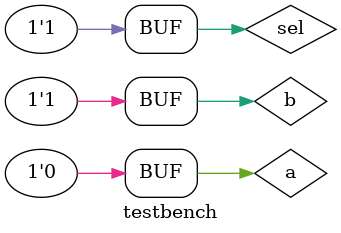
<source format=v>
`timescale 1 ns / 100 ps
module testbench;
    // input and output test signals
    reg  a;
	reg  b;
	reg  sel;
    wire y_comb;
	wire y_sel;
	wire y_if;
	wire y_case;
	wire y_index;
 
   // creating the instance of the module we want to test
	b1_mux_2_1_comb  b1_mux_2_1_comb  ( a, b, sel, y_comb  );
	b1_mux_2_1_sel   b1_mux_2_1_sel   ( a, b, sel, y_sel   );
	b1_mux_2_1_if    b1_mux_2_1_if    ( a, b, sel, y_if    );
	b1_mux_2_1_case  b1_mux_2_1_case  ( a, b, sel, y_case  );
	b1_mux_2_1_index b1_mux_2_1_index ({b,a}, sel, y_index );
	
	initial
        begin
			a = 1'b0;
			b = 1'b1;
			#5;
            sel = 1'b0;     // sel change to 0; a -> y
			#10;
			sel = 1'b1;     // sel change to 1; b -> y
			#10
			b = 1'b0;		// b change; y changes too. sel == 1'b1
			#5
			b = 1'b1;
            #5;            // pause
        end
    // do at the beginning of the simulation
    //  print signal values on every change
    initial 
        $monitor("a=%b b=%b sel=%b y_comb=%b y_sel=%b y_if=%b y_case=%b y_index=%b", 
		         a, b, sel, y_comb, y_sel, y_if, y_case, y_index);
    // do at the beginning of the simulation
    initial 
        $dumpvars;  //iverilog dump init
endmodule

</source>
